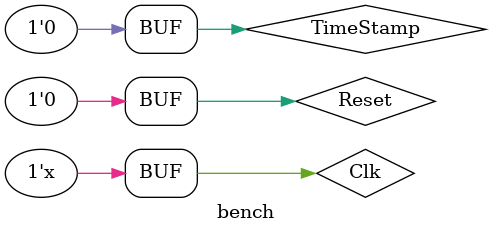
<source format=v>
`timescale 1ns / 1ps


module bench;

	// Inputs
	reg Clk;
	reg Reset;
	reg TimeStamp;

	// Outputs
	wire Clk_out;
	wire DRV_Up_Out;
	wire DRV_Down_Out;
	wire PSG_Front_Up_Out;
	wire PSG_Front_Down_Out;
	wire PSG_BackL_Up_Out;
	wire PSG_BackL_Down_Out;
	wire PSG_BackR_Up_Out;
	wire PSG_BackR_Down_Out;
	wire endofrange_Out;
	wire currentsense_0_Out;
	wire currentsense_1_Out;
	wire ready_Out;
	wire UART_TX;

	// Instantiate the Unit Under Test (UUT)
	FPGA_Inputs uut (
		.Clk(Clk), 
		.Clk_out(Clk_out), 
		.Reset(Reset), 
		.DRV_Up_Out(DRV_Up_Out), 
		.DRV_Down_Out(DRV_Down_Out), 
		.PSG_Front_Up_Out(PSG_Front_Up_Out), 
		.PSG_Front_Down_Out(PSG_Front_Down_Out), 
		.PSG_BackL_Up_Out(PSG_BackL_Up_Out), 
		.PSG_BackL_Down_Out(PSG_BackL_Down_Out), 
		.PSG_BackR_Up_Out(PSG_BackR_Up_Out), 
		.PSG_BackR_Down_Out(PSG_BackR_Down_Out), 
		.endofrange_Out(endofrange_Out), 
		.currentsense_0_Out(currentsense_0_Out), 
		.currentsense_1_Out(currentsense_1_Out), 
		.ready_Out(ready_Out), 
		.UART_TX(UART_TX), 
		.TimeStamp(TimeStamp)
	);

	initial begin
		// Initialize Inputs
		Clk = 0;
		Reset = 0;
		TimeStamp = 0;

		// Wait 100 ns for global reset to finish
		#100;
        
		// Add stimulus here
		
	end
		always Clk = #5~Clk;
      
endmodule


	
</source>
